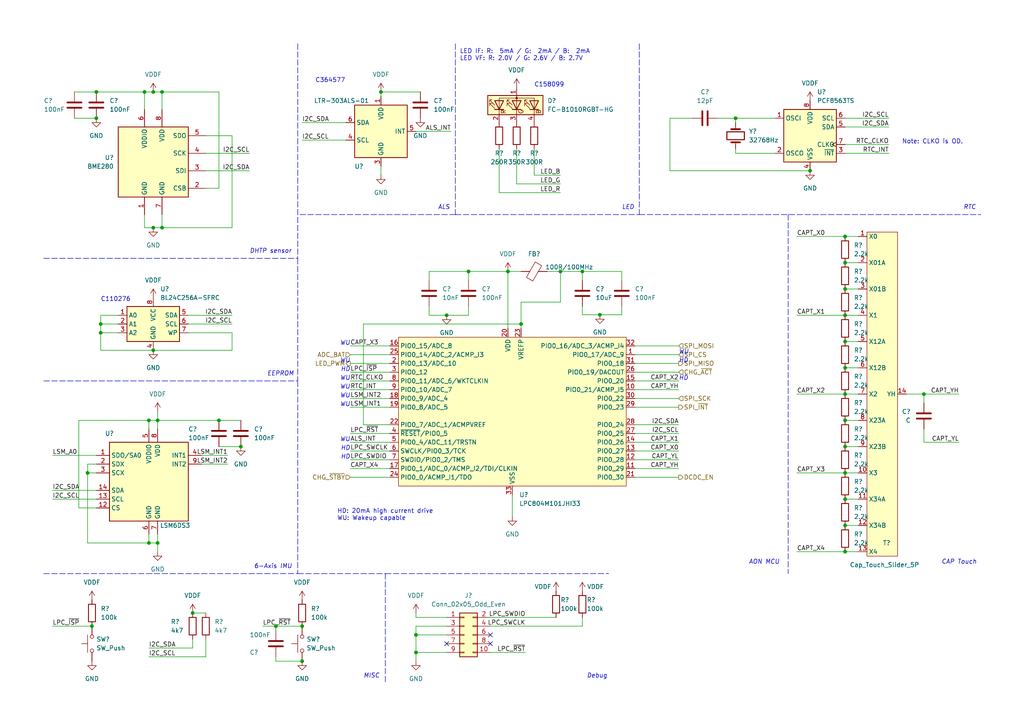
<source format=kicad_sch>
(kicad_sch (version 20211123) (generator eeschema)
  (paper "A4")
  (title_block (title "Home Sensor Tag") (rev "A0") (company "iM.Inc") (comment 1 "PRE-RELEASE"))
  (lib_symbols
    (symbol "Cap_Touch:Cap_Touch_Slider_5P"
      (property "Reference" "T" (at -29.21 -5.08 0))
      (property "Value" "Cap_Touch_Slider_5P" (at 22.86 6.35 0))
      (symbol "Cap_Touch_Slider_5P_0_0"
        (pin passive line (at -45.72 -6.35 90) (length 2.54) (name "X0") (number "1"))
        (pin passive line (at 22.86 -6.35 90) (length 2.54) (name "X3") (number "10"))
        (pin passive line (at 30.48 -6.35 90) (length 2.54) (name "X34A") (number "11"))
        (pin passive line (at 38.1 -6.35 90) (length 2.54) (name "X34B") (number "12"))
        (pin passive line (at 45.72 -6.35 90) (length 2.54) (name "X4") (number "13"))
        (pin passive line (at 0 7.62 270) (length 2.54) (name "YH") (number "14"))
        (pin passive line (at -38.1 -6.35 90) (length 2.54) (name "X01A") (number "2"))
        (pin passive line (at -30.48 -6.35 90) (length 2.54) (name "X01B") (number "3"))
        (pin passive line (at -22.86 -6.35 90) (length 2.54) (name "X1") (number "4"))
        (pin passive line (at -15.24 -6.35 90) (length 2.54) (name "X12A") (number "5"))
        (pin passive line (at -7.62 -6.35 90) (length 2.54) (name "X12B") (number "6"))
        (pin passive line (at 0 -6.35 90) (length 2.54) (name "X2") (number "7"))
        (pin passive line (at 7.62 -6.35 90) (length 2.54) (name "X23A") (number "8"))
        (pin passive line (at 15.24 -6.35 90) (length 2.54) (name "X23B") (number "9"))
      )
      (symbol "Cap_Touch_Slider_5P_0_1"
        (rectangle (start -46.99 5.08) (end 46.99 -3.81) (fill (type background)))
      )
    )
    (symbol "Connector_Generic:Conn_02x05_Odd_Even" (pin_names (offset 1.016) hide)
      (property "Reference" "J" (at 1.27 7.62 0))
      (property "Value" "Conn_02x05_Odd_Even" (at 1.27 -7.62 0))
      (symbol "Conn_02x05_Odd_Even_1_1"
        (rectangle (start -1.27 -4.953) (end 0 -5.207) (stroke (width 0.1524)))
        (rectangle (start -1.27 -2.413) (end 0 -2.667) (stroke (width 0.1524)))
        (rectangle (start -1.27 0.127) (end 0 -0.127) (stroke (width 0.1524)))
        (rectangle (start -1.27 2.667) (end 0 2.413) (stroke (width 0.1524)))
        (rectangle (start -1.27 5.207) (end 0 4.953) (stroke (width 0.1524)))
        (rectangle (start -1.27 6.35) (end 3.81 -6.35) (stroke (width 0.254)) (fill (type background)))
        (rectangle (start 3.81 -4.953) (end 2.54 -5.207) (stroke (width 0.1524)))
        (rectangle (start 3.81 -2.413) (end 2.54 -2.667) (stroke (width 0.1524)))
        (rectangle (start 3.81 0.127) (end 2.54 -0.127) (stroke (width 0.1524)))
        (rectangle (start 3.81 2.667) (end 2.54 2.413) (stroke (width 0.1524)))
        (rectangle (start 3.81 5.207) (end 2.54 4.953) (stroke (width 0.1524)))
        (pin passive line (at -5.08 5.08 0) (length 3.81) (name "Pin_1") (number "1"))
        (pin passive line (at 7.62 -5.08 180) (length 3.81) (name "Pin_10") (number "10"))
        (pin passive line (at 7.62 5.08 180) (length 3.81) (name "Pin_2") (number "2"))
        (pin passive line (at -5.08 2.54 0) (length 3.81) (name "Pin_3") (number "3"))
        (pin passive line (at 7.62 2.54 180) (length 3.81) (name "Pin_4") (number "4"))
        (pin passive line (at -5.08 0 0) (length 3.81) (name "Pin_5") (number "5"))
        (pin passive line (at 7.62 0 180) (length 3.81) (name "Pin_6") (number "6"))
        (pin passive line (at -5.08 -2.54 0) (length 3.81) (name "Pin_7") (number "7"))
        (pin passive line (at 7.62 -2.54 180) (length 3.81) (name "Pin_8") (number "8"))
        (pin passive line (at -5.08 -5.08 0) (length 3.81) (name "Pin_9") (number "9"))
      )
    )
    (symbol "Device:C" (pin_numbers hide) (pin_names (offset 0.254))
      (property "Reference" "C" (at 0.635 2.54 0))
      (property "Value" "C" (at 0.635 -2.54 0))
      (symbol "C_0_1"
        (polyline (pts (xy -2.032 -0.762) (xy 2.032 -0.762)) (stroke (width 0.508)))
        (polyline (pts (xy -2.032 0.762) (xy 2.032 0.762)) (stroke (width 0.508)))
      )
      (symbol "C_1_1"
        (pin passive line (at 0 3.81 270) (length 2.794) (name "~") (number "1"))
        (pin passive line (at 0 -3.81 90) (length 2.794) (name "~") (number "2"))
      )
    )
    (symbol "Device:Crystal" (pin_numbers hide) (pin_names (offset 1.016) hide)
      (property "Reference" "Y" (at 0 3.81 0))
      (property "Value" "Crystal" (at 0 -3.81 0))
      (symbol "Crystal_0_1"
        (rectangle (start -1.143 2.54) (end 1.143 -2.54) (stroke (width 0.3048)))
        (polyline (pts (xy -2.54 0) (xy -1.905 0)))
        (polyline (pts (xy -1.905 -1.27) (xy -1.905 1.27)) (stroke (width 0.508)))
        (polyline (pts (xy 1.905 -1.27) (xy 1.905 1.27)) (stroke (width 0.508)))
        (polyline (pts (xy 2.54 0) (xy 1.905 0)))
      )
      (symbol "Crystal_1_1"
        (pin passive line (at -3.81 0 0) (length 1.27) (name "1") (number "1"))
        (pin passive line (at 3.81 0 180) (length 1.27) (name "2") (number "2"))
      )
    )
    (symbol "Device:FerriteBead" (pin_numbers hide) (pin_names (offset 0))
      (property "Reference" "FB" (at -3.81 0.635 90))
      (property "Value" "FerriteBead" (at 3.81 0 90))
      (symbol "FerriteBead_0_1"
        (polyline (pts (xy 0 -1.27) (xy 0 -1.2192)))
        (polyline (pts (xy 0 1.27) (xy 0 1.2954)))
        (polyline (pts (xy -2.7686 0.4064) (xy -1.7018 2.2606) (xy 2.7686 -0.3048) (xy 1.6764 -2.159) (xy -2.7686 0.4064)))
      )
      (symbol "FerriteBead_1_1"
        (pin passive line (at 0 3.81 270) (length 2.54) (name "~") (number "1"))
        (pin passive line (at 0 -3.81 90) (length 2.54) (name "~") (number "2"))
      )
    )
    (symbol "Device:LED_ARGB" (pin_names (offset 0) hide)
      (property "Reference" "D" (at 0 9.398 0))
      (property "Value" "LED_ARGB" (at 0 -8.89 0))
      (symbol "LED_ARGB_0_0"
        (text "B" (at -1.905 -6.35 0) (effects (font (size 1.27 1.27))))
        (text "G" (at -1.905 -1.27 0) (effects (font (size 1.27 1.27))))
        (text "R" (at -1.905 3.81 0) (effects (font (size 1.27 1.27))))
      )
      (symbol "LED_ARGB_0_1"
        (polyline (pts (xy -1.27 -5.08) (xy -2.54 -5.08)))
        (polyline (pts (xy -1.27 -5.08) (xy 1.27 -5.08)))
        (polyline (pts (xy -1.27 -3.81) (xy -1.27 -6.35)) (stroke (width 0.254)))
        (polyline (pts (xy -1.27 0) (xy -2.54 0)))
        (polyline (pts (xy -1.27 1.27) (xy -1.27 -1.27)) (stroke (width 0.254)))
        (polyline (pts (xy -1.27 5.08) (xy -2.54 5.08)))
        (polyline (pts (xy -1.27 5.08) (xy 1.27 5.08)))
        (polyline (pts (xy -1.27 6.35) (xy -1.27 3.81)) (stroke (width 0.254)))
        (polyline (pts (xy 1.27 0) (xy -1.27 0)))
        (polyline (pts (xy 1.27 0) (xy 2.54 0)))
        (polyline (pts (xy -1.27 1.27) (xy -1.27 -1.27) (xy -1.27 -1.27)))
        (polyline (pts (xy -1.27 6.35) (xy -1.27 3.81) (xy -1.27 3.81)))
        (polyline (pts (xy 1.27 -5.08) (xy 2.032 -5.08) (xy 2.032 5.08) (xy 1.27 5.08)))
        (polyline (pts (xy 1.27 -3.81) (xy 1.27 -6.35) (xy -1.27 -5.08) (xy 1.27 -3.81)) (stroke (width 0.254)))
        (polyline (pts (xy 1.27 1.27) (xy 1.27 -1.27) (xy -1.27 0) (xy 1.27 1.27)) (stroke (width 0.254)))
        (polyline (pts (xy 1.27 6.35) (xy 1.27 3.81) (xy -1.27 5.08) (xy 1.27 6.35)) (stroke (width 0.254)))
        (polyline (pts (xy -1.016 -3.81) (xy 0.508 -2.286) (xy -0.254 -2.286) (xy 0.508 -2.286) (xy 0.508 -3.048)))
        (polyline (pts (xy -1.016 1.27) (xy 0.508 2.794) (xy -0.254 2.794) (xy 0.508 2.794) (xy 0.508 2.032)))
        (polyline (pts (xy -1.016 6.35) (xy 0.508 7.874) (xy -0.254 7.874) (xy 0.508 7.874) (xy 0.508 7.112)))
        (polyline (pts (xy 0 -3.81) (xy 1.524 -2.286) (xy 0.762 -2.286) (xy 1.524 -2.286) (xy 1.524 -3.048)))
        (polyline (pts (xy 0 1.27) (xy 1.524 2.794) (xy 0.762 2.794) (xy 1.524 2.794) (xy 1.524 2.032)))
        (polyline (pts (xy 0 6.35) (xy 1.524 7.874) (xy 0.762 7.874) (xy 1.524 7.874) (xy 1.524 7.112)))
        (rectangle (start 1.27 -1.27) (end 1.27 1.27))
        (rectangle (start 1.27 1.27) (end 1.27 1.27))
        (rectangle (start 1.27 3.81) (end 1.27 6.35))
        (rectangle (start 1.27 6.35) (end 1.27 6.35))
        (circle (center 2.032 0) (radius 0.254) (fill (type outline)))
        (rectangle (start 2.794 8.382) (end -2.794 -7.62) (stroke (width 0.254)) (fill (type background)))
      )
      (symbol "LED_ARGB_1_1"
        (pin passive line (at 5.08 0 180) (length 2.54) (name "A") (number "1"))
        (pin passive line (at -5.08 5.08 0) (length 2.54) (name "RK") (number "2"))
        (pin passive line (at -5.08 0 0) (length 2.54) (name "GK") (number "3"))
        (pin passive line (at -5.08 -5.08 0) (length 2.54) (name "BK") (number "4"))
      )
    )
    (symbol "Device:R" (pin_numbers hide) (pin_names (offset 0))
      (property "Reference" "R" (at 2.032 0 90))
      (property "Value" "R" (at 0 0 90))
      (symbol "R_0_1"
        (rectangle (start -1.016 -2.54) (end 1.016 2.54) (stroke (width 0.254)))
      )
      (symbol "R_1_1"
        (pin passive line (at 0 3.81 270) (length 1.27) (name "~") (number "1"))
        (pin passive line (at 0 -3.81 90) (length 1.27) (name "~") (number "2"))
      )
    )
    (symbol "MCU_NXP_LPC_Local:LPC804M101JHI33"
      (property "Reference" "U" (at -31.75 21.59 0))
      (property "Value" "LPC804M101JHI33" (at 24.13 21.59 0))
      (symbol "LPC804M101JHI33_0_0"
        (pin tri_state line (at 35.56 15.24 180) (length 2.54) (name "PIO0_17/ADC_9") (number "1"))
        (pin tri_state line (at 35.56 5.08 180) (length 2.54) (name "PIO0_21/ACMP_I5") (number "10"))
        (pin tri_state line (at 35.56 -17.78 180) (length 2.54) (name "PIO0_29") (number "11"))
        (pin tri_state line (at 35.56 -15.24 180) (length 2.54) (name "PIO0_28") (number "12"))
        (pin tri_state line (at 35.56 -12.7 180) (length 2.54) (name "PIO0_27") (number "13"))
        (pin tri_state line (at 35.56 -10.16 180) (length 2.54) (name "PIO0_26") (number "14"))
        (pin tri_state line (at 35.56 7.62 180) (length 2.54) (name "PIO0_20") (number "15"))
        (pin tri_state line (at -35.56 17.78 0) (length 2.54) (name "PIO0_15/ADC_8") (number "16"))
        (pin tri_state line (at -35.56 -17.78 0) (length 2.54) (name "PIO0_1/ADC_0/ACMP_I2/TDI/CLKIN") (number "17"))
        (pin tri_state line (at -35.56 2.54 0) (length 2.54) (name "PIO0_9/ADC_4") (number "18"))
        (pin tri_state line (at -35.56 0 0) (length 2.54) (name "PIO0_8/ADC_5") (number "19"))
        (pin tri_state line (at -35.56 12.7 0) (length 2.54) (name "PIO0_13/ADC_10") (number "2"))
        (pin power_in line (at -1.27 22.86 270) (length 2.54) (name "VDD") (number "20"))
        (pin tri_state line (at 35.56 -20.32 180) (length 2.54) (name "PIO0_30") (number "21"))
        (pin tri_state line (at -35.56 -5.08 0) (length 2.54) (name "PIO0_7/ADC_1/ACMPVREF") (number "22"))
        (pin power_in line (at 2.54 22.86 270) (length 2.54) (name "VREFP") (number "23"))
        (pin tri_state line (at -35.56 -20.32 0) (length 2.54) (name "PIO0_0/ACMP_I1/TDO") (number "24"))
        (pin tri_state line (at -35.56 15.24 0) (length 2.54) (name "PIO0_14/ADC_2/ACMP_I3") (number "25"))
        (pin tri_state line (at 35.56 10.16 180) (length 2.54) (name "PIO0_19/DACOUT") (number "26"))
        (pin tri_state line (at 35.56 -7.62 180) (length 2.54) (name "PIO0_25") (number "27"))
        (pin tri_state line (at 35.56 -5.08 180) (length 2.54) (name "PIO0_24") (number "28"))
        (pin tri_state line (at 35.56 0 180) (length 2.54) (name "PIO0_23") (number "29"))
        (pin tri_state line (at -35.56 10.16 0) (length 2.54) (name "PIO0_12") (number "3"))
        (pin tri_state line (at 35.56 2.54 180) (length 2.54) (name "PIO0_22") (number "30"))
        (pin tri_state line (at 35.56 12.7 180) (length 2.54) (name "PIO0_18") (number "31"))
        (pin tri_state line (at 35.56 17.78 180) (length 2.54) (name "PIO0_16/ADC_3/ACMP_I4") (number "32"))
        (pin power_in line (at 0 -25.4 90) (length 2.54) (name "VSS") (number "33"))
        (pin tri_state line (at -35.56 -7.62 0) (length 2.54) (name "~{RESET}/PIO0_5") (number "4"))
        (pin tri_state line (at -35.56 -10.16 0) (length 2.54) (name "PIO0_4/ADC_11/TRSTN") (number "5"))
        (pin tri_state line (at -35.56 -12.7 0) (length 2.54) (name "SWCLK/PIO0_3/TCK") (number "6"))
        (pin tri_state line (at -35.56 -15.24 0) (length 2.54) (name "SWDIO/PIO0_2/TMS") (number "7"))
        (pin tri_state line (at -35.56 7.62 0) (length 2.54) (name "PIO0_11/ADC_6/WKTCLKIN") (number "8"))
        (pin tri_state line (at -35.56 5.08 0) (length 2.54) (name "PIO0_10/ADC_7") (number "9"))
      )
      (symbol "LPC804M101JHI33_0_1"
        (rectangle (start -33.02 20.32) (end 33.02 -22.86) (fill (type background)))
      )
    )
    (symbol "Memory_EEPROM:CAT24C256"
      (property "Reference" "U" (at -6.35 6.35 0))
      (property "Value" "CAT24C256" (at 1.27 6.35 0))
      (symbol "CAT24C256_1_1"
        (rectangle (start -7.62 5.08) (end 7.62 -5.08) (stroke (width 0.254)) (fill (type background)))
        (pin input line (at -10.16 2.54 0) (length 2.54) (name "A0") (number "1"))
        (pin input line (at -10.16 0 0) (length 2.54) (name "A1") (number "2"))
        (pin input line (at -10.16 -2.54 0) (length 2.54) (name "A2") (number "3"))
        (pin power_in line (at 0 -7.62 90) (length 2.54) (name "GND") (number "4"))
        (pin bidirectional line (at 10.16 2.54 180) (length 2.54) (name "SDA") (number "5"))
        (pin input line (at 10.16 0 180) (length 2.54) (name "SCL") (number "6"))
        (pin input line (at 10.16 -2.54 180) (length 2.54) (name "WP") (number "7"))
        (pin power_in line (at 0 7.62 270) (length 2.54) (name "VCC") (number "8"))
      )
    )
    (symbol "Sensor:BME280"
      (property "Reference" "U" (at -8.89 11.43 0))
      (property "Value" "BME280" (at 7.62 11.43 0))
      (symbol "BME280_0_1"
        (rectangle (start -10.16 10.16) (end 10.16 -10.16) (stroke (width 0.254)) (fill (type background)))
      )
      (symbol "BME280_1_1"
        (pin power_in line (at -2.54 -15.24 90) (length 5.08) (name "GND") (number "1"))
        (pin input line (at 15.24 -7.62 180) (length 5.08) (name "CSB") (number "2"))
        (pin bidirectional line (at 15.24 -2.54 180) (length 5.08) (name "SDI") (number "3"))
        (pin input line (at 15.24 2.54 180) (length 5.08) (name "SCK") (number "4"))
        (pin bidirectional line (at 15.24 7.62 180) (length 5.08) (name "SDO") (number "5"))
        (pin power_in line (at -2.54 15.24 270) (length 5.08) (name "VDDIO") (number "6"))
        (pin power_in line (at 2.54 -15.24 90) (length 5.08) (name "GND") (number "7"))
        (pin power_in line (at 2.54 15.24 270) (length 5.08) (name "VDD") (number "8"))
      )
    )
    (symbol "Sensor_Motion:LSM6DS3"
      (property "Reference" "U" (at -11.43 15.24 0))
      (property "Value" "LSM6DS3" (at -11.43 12.7 0))
      (symbol "LSM6DS3_0_1"
        (rectangle (start 11.43 11.43) (end -11.43 -11.43) (stroke (width 0.254)) (fill (type background)))
      )
      (symbol "LSM6DS3_1_1"
        (pin bidirectional line (at -15.24 7.62 0) (length 3.81) (name "SDO/SA0") (number "1"))
        (pin no_connect line (at 10.16 -5.08 180) (length 3.81) hide (name "NC") (number "10"))
        (pin no_connect line (at 10.16 -2.54 180) (length 3.81) hide (name "NC") (number "11"))
        (pin input line (at -15.24 -7.62 0) (length 3.81) (name "CS") (number "12"))
        (pin input line (at -15.24 -5.08 0) (length 3.81) (name "SCL") (number "13"))
        (pin bidirectional line (at -15.24 -2.54 0) (length 3.81) (name "SDA") (number "14"))
        (pin bidirectional line (at -15.24 5.08 0) (length 3.81) (name "SDX") (number "2"))
        (pin input line (at -15.24 2.54 0) (length 3.81) (name "SCX") (number "3"))
        (pin output line (at 15.24 7.62 180) (length 3.81) (name "INT1") (number "4"))
        (pin power_in line (at 0 15.24 270) (length 3.81) (name "VDDIO") (number "5"))
        (pin power_in line (at 0 -15.24 90) (length 3.81) (name "GND") (number "6"))
        (pin power_in line (at 2.54 -15.24 90) (length 3.81) (name "GND") (number "7"))
        (pin power_in line (at 2.54 15.24 270) (length 3.81) (name "VDD") (number "8"))
        (pin output line (at 15.24 5.08 180) (length 3.81) (name "INT2") (number "9"))
      )
    )
    (symbol "Sensor_Optical:LTR-303ALS-01"
      (property "Reference" "U" (at -7.62 8.89 0))
      (property "Value" "LTR-303ALS-01" (at 1.27 8.89 0))
      (symbol "LTR-303ALS-01_0_1"
        (rectangle (start -7.62 7.62) (end 7.62 -7.62) (stroke (width 0.254)) (fill (type background)))
      )
      (symbol "LTR-303ALS-01_1_1"
        (pin power_in line (at 0 10.16 270) (length 2.54) (name "VDD") (number "1"))
        (pin no_connect line (at 2.54 0 180) (length 2.54) hide (name "NC") (number "2"))
        (pin power_in line (at 0 -10.16 90) (length 2.54) (name "GND") (number "3"))
        (pin input line (at -10.16 -2.54 0) (length 2.54) (name "SCL") (number "4"))
        (pin open_collector line (at 10.16 0 180) (length 2.54) (name "INT") (number "5"))
        (pin bidirectional line (at -10.16 2.54 0) (length 2.54) (name "SDA") (number "6"))
      )
    )
    (symbol "Switch:SW_Push" (pin_numbers hide) (pin_names (offset 1.016) hide)
      (property "Reference" "SW" (at 1.27 2.54 0))
      (property "Value" "SW_Push" (at 0 -1.524 0))
      (symbol "SW_Push_0_1"
        (circle (center -2.032 0) (radius 0.508))
        (polyline (pts (xy 0 1.27) (xy 0 3.048)))
        (polyline (pts (xy 2.54 1.27) (xy -2.54 1.27)))
        (circle (center 2.032 0) (radius 0.508))
        (pin passive line (at -5.08 0 0) (length 2.54) (name "1") (number "1"))
        (pin passive line (at 5.08 0 180) (length 2.54) (name "2") (number "2"))
      )
    )
    (symbol "Timer_RTC:PCF8563TS"
      (property "Reference" "U" (at -7.62 8.89 0))
      (property "Value" "PCF8563TS" (at 2.54 8.89 0))
      (symbol "PCF8563TS_0_1"
        (rectangle (start -7.62 7.62) (end 7.62 -7.62) (stroke (width 0.254)) (fill (type background)))
      )
      (symbol "PCF8563TS_1_1"
        (pin input line (at -10.16 5.08 0) (length 2.54) (name "OSCI") (number "1"))
        (pin output line (at -10.16 -5.08 0) (length 2.54) (name "OSCO") (number "2"))
        (pin output line (at 10.16 -5.08 180) (length 2.54) (name "~{INT}") (number "3"))
        (pin power_in line (at 0 -10.16 90) (length 2.54) (name "VSS") (number "4"))
        (pin bidirectional line (at 10.16 2.54 180) (length 2.54) (name "SDA") (number "5"))
        (pin input line (at 10.16 5.08 180) (length 2.54) (name "SCL") (number "6"))
        (pin output clock (at 10.16 -2.54 180) (length 2.54) (name "CLKO") (number "7"))
        (pin power_in line (at 0 10.16 270) (length 2.54) (name "VDD") (number "8"))
      )
    )
    (symbol "power:GND" (power) (pin_names (offset 0))
      (property "Value" "GND" (at 0 -3.81 0))
      (symbol "GND_0_1"
        (polyline (pts (xy 0 0) (xy 0 -1.27) (xy 1.27 -1.27) (xy 0 -2.54) (xy -1.27 -1.27) (xy 0 -1.27)))
      )
      (symbol "GND_1_1"
        (pin power_in line (at 0 0 270) (length 0) hide (name "GND") (number "1"))
      )
    )
    (symbol "power:VDDF" (power) (pin_names (offset 0))
      (property "Value" "VDDF" (at 0 3.81 0))
      (symbol "VDDF_0_1"
        (polyline (pts (xy -0.762 1.27) (xy 0 2.54)))
        (polyline (pts (xy 0 0) (xy 0 2.54)))
        (polyline (pts (xy 0 2.54) (xy 0.762 1.27)))
      )
      (symbol "VDDF_1_1"
        (pin power_in line (at 0 0 90) (length 0) hide (name "VDDF") (number "1"))
      )
    )
  )
  (junction (at 267.97 114.3))
  (junction (at 245.11 68.58))
  (junction (at 80.01 181.61))
  (junction (at 120.65 184.15))
  (junction (at 245.11 152.4))
  (junction (at 27.94 34.29))
  (junction (at 245.11 144.78))
  (junction (at 87.63 181.61))
  (junction (at 135.89 78.74))
  (junction (at 46.99 66.04))
  (junction (at 69.85 129.54))
  (junction (at 213.36 34.29))
  (junction (at 26.67 181.61))
  (junction (at 245.11 129.54))
  (junction (at 245.11 83.82))
  (junction (at 234.95 49.53))
  (junction (at 162.56 78.74))
  (junction (at 44.45 101.6))
  (junction (at 44.45 66.04))
  (junction (at 46.99 26.67))
  (junction (at 245.11 91.44))
  (junction (at 245.11 76.2))
  (junction (at 173.99 91.2961))
  (junction (at 245.11 99.06))
  (junction (at 55.88 177.8))
  (junction (at 25.4 137.16))
  (junction (at 245.11 114.3))
  (junction (at 29.21 96.52))
  (junction (at 44.45 26.67))
  (junction (at 43.18 157.48))
  (junction (at 87.63 191.77))
  (junction (at 45.72 157.48))
  (junction (at 245.11 106.68))
  (junction (at 151.13 93.98))
  (junction (at 147.32 78.74))
  (junction (at 245.11 160.02))
  (junction (at 41.91 26.67))
  (junction (at 43.18 121.92))
  (junction (at 45.72 121.92))
  (junction (at 27.94 26.67))
  (junction (at 63.5 121.92))
  (junction (at 129.54 91.44))
  (junction (at 245.11 121.92))
  (junction (at 245.11 137.16))
  (junction (at 29.21 93.98))
  (junction (at 168.91 78.74))
  (junction (at 120.65 189.23))
  (junction (at 110.49 26.67))
  (no_connect (at 129.54 186.69))
  (no_connect (at 142.24 186.69))
  (no_connect (at 142.24 184.15))
  (wire (pts (xy 59.69 54.61) (xy 63.5 54.61)))
  (wire (pts (xy 22.86 121.92) (xy 43.18 121.92)))
  (wire (pts (xy 55.88 177.8) (xy 59.69 177.8)))
  (wire (pts (xy 180.34 88.9) (xy 180.34 91.2961)))
  (wire (pts (xy 267.97 114.3) (xy 267.97 116.84)))
  (wire (pts (xy 67.31 66.04) (xy 46.99 66.04)))
  (wire (pts (xy 46.99 31.75) (xy 46.99 26.67)))
  (wire (pts (xy 54.61 91.44) (xy 67.31 91.44)))
  (wire (pts (xy 63.5 54.61) (xy 63.5 26.67)))
  (wire (pts (xy 55.88 187.96) (xy 43.18 187.96)))
  (wire (pts (xy 15.24 132.08) (xy 27.94 132.08)))
  (wire (pts (xy 101.6 128.27) (xy 113.03 128.27)))
  (wire (pts (xy 58.42 132.08) (xy 66.04 132.08)))
  (wire (pts (xy 129.54 91.44) (xy 124.46 91.44)))
  (wire (pts (xy 45.72 121.92) (xy 63.5 121.92)))
  (wire (pts (xy 120.65 38.1) (xy 130.81 38.1)))
  (wire (pts (xy 63.5 129.54) (xy 69.85 129.54)))
  (wire (pts (xy 151.13 93.98) (xy 151.13 95.25)))
  (wire (pts (xy 59.69 44.45) (xy 72.39 44.45)))
  (wire (pts (xy 54.61 96.52) (xy 67.31 96.52)))
  (wire (pts (xy 245.11 76.2) (xy 248.92 76.2)))
  (wire (pts (xy 267.97 124.46) (xy 267.97 128.27)))
  (wire (pts (xy 213.36 34.29) (xy 224.79 34.29)))
  (wire (pts (xy 184.15 102.87) (xy 196.85 102.87)))
  (wire (pts (xy 151.13 78.74) (xy 147.32 78.74)))
  (wire (pts (xy 120.65 177.8) (xy 120.65 179.07)))
  (wire (pts (xy 21.59 26.67) (xy 27.94 26.67)))
  (wire (pts (xy 101.6 113.03) (xy 113.03 113.03)))
  (wire (pts (xy 245.11 129.54) (xy 248.92 129.54)))
  (wire (pts (xy 278.13 114.3) (xy 267.97 114.3)))
  (wire (pts (xy 184.15 118.11) (xy 196.85 118.11)))
  (polyline (pts (xy 12.7 166.37) (xy 86.36 166.37)))
  (wire (pts (xy 101.6 125.73) (xy 113.03 125.73)))
  (wire (pts (xy 168.91 78.74) (xy 168.91 81.28)))
  (wire (pts (xy 245.11 41.91) (xy 257.81 41.91)))
  (wire (pts (xy 101.6 133.35) (xy 113.03 133.35)))
  (wire (pts (xy 180.34 91.2961) (xy 173.99 91.2961)))
  (wire (pts (xy 245.11 121.92) (xy 248.92 121.92)))
  (wire (pts (xy 59.69 49.53) (xy 72.39 49.53)))
  (wire (pts (xy 45.72 157.48) (xy 45.72 160.02)))
  (wire (pts (xy 110.49 26.67) (xy 121.92 26.67)))
  (wire (pts (xy 135.89 91.44) (xy 129.54 91.44)))
  (wire (pts (xy 120.65 181.61) (xy 120.65 184.15)))
  (wire (pts (xy 124.46 91.44) (xy 124.46 88.9)))
  (wire (pts (xy 180.34 78.74) (xy 180.34 81.28)))
  (wire (pts (xy 120.65 184.15) (xy 120.65 189.23)))
  (wire (pts (xy 46.99 62.23) (xy 46.99 66.04)))
  (wire (pts (xy 245.11 34.29) (xy 257.81 34.29)))
  (wire (pts (xy 101.6 110.49) (xy 113.03 110.49)))
  (wire (pts (xy 29.21 93.98) (xy 34.29 93.98)))
  (wire (pts (xy 184.15 130.81) (xy 196.85 130.81)))
  (wire (pts (xy 245.11 83.82) (xy 248.92 83.82)))
  (wire (pts (xy 135.89 78.74) (xy 147.32 78.74)))
  (wire (pts (xy 194.31 49.53) (xy 234.95 49.53)))
  (wire (pts (xy 21.59 34.29) (xy 27.94 34.29)))
  (wire (pts (xy 29.21 96.52) (xy 34.29 96.52)))
  (polyline (pts (xy 185.42 62.23) (xy 284.48 62.23)))
  (wire (pts (xy 100.33 35.56) (xy 87.63 35.56)))
  (wire (pts (xy 101.6 102.87) (xy 113.03 102.87)))
  (wire (pts (xy 67.31 96.52) (xy 67.31 101.6)))
  (wire (pts (xy 101.6 105.41) (xy 113.03 105.41)))
  (wire (pts (xy 154.94 43.18) (xy 154.94 50.8)))
  (wire (pts (xy 154.94 50.8) (xy 162.56 50.8)))
  (wire (pts (xy 22.86 147.32) (xy 22.86 121.92)))
  (wire (pts (xy 113.03 123.19) (xy 105.41 123.19)))
  (wire (pts (xy 142.24 181.61) (xy 168.91 181.61)))
  (polyline (pts (xy 132.08 62.23) (xy 86.36 62.23)))
  (wire (pts (xy 245.11 160.02) (xy 248.92 160.02)))
  (wire (pts (xy 43.18 121.92) (xy 45.72 121.92)))
  (wire (pts (xy 151.13 87.63) (xy 151.13 93.98)))
  (wire (pts (xy 67.31 39.37) (xy 67.31 66.04)))
  (polyline (pts (xy 86.36 166.37) (xy 111.76 166.37)))
  (wire (pts (xy 43.18 190.5) (xy 59.69 190.5)))
  (wire (pts (xy 120.65 189.23) (xy 129.54 189.23)))
  (wire (pts (xy 162.56 87.63) (xy 162.56 78.74)))
  (wire (pts (xy 27.94 142.24) (xy 15.24 142.24)))
  (polyline (pts (xy 111.76 166.37) (xy 111.76 198.12)))
  (polyline (pts (xy 228.6 62.23) (xy 228.6 166.37)))
  (wire (pts (xy 120.65 184.15) (xy 129.54 184.15)))
  (wire (pts (xy 245.11 114.3) (xy 248.92 114.3)))
  (wire (pts (xy 27.94 26.67) (xy 41.91 26.67)))
  (wire (pts (xy 101.6 135.89) (xy 113.03 135.89)))
  (wire (pts (xy 67.31 101.6) (xy 44.45 101.6)))
  (wire (pts (xy 148.59 143.51) (xy 148.59 149.86)))
  (wire (pts (xy 101.6 100.33) (xy 113.03 100.33)))
  (wire (pts (xy 29.21 93.98) (xy 29.21 96.52)))
  (wire (pts (xy 29.21 101.6) (xy 44.45 101.6)))
  (wire (pts (xy 101.6 107.95) (xy 113.03 107.95)))
  (wire (pts (xy 245.11 68.58) (xy 248.92 68.58)))
  (wire (pts (xy 245.11 36.83) (xy 257.81 36.83)))
  (polyline (pts (xy 132.08 12.7) (xy 132.08 62.23)))
  (wire (pts (xy 158.75 78.74) (xy 162.56 78.74)))
  (wire (pts (xy 45.72 119.38) (xy 45.72 121.92)))
  (wire (pts (xy 25.4 134.62) (xy 25.4 137.16)))
  (wire (pts (xy 59.69 185.42) (xy 59.69 190.5)))
  (wire (pts (xy 231.14 160.02) (xy 245.11 160.02)))
  (wire (pts (xy 101.6 115.57) (xy 113.03 115.57)))
  (wire (pts (xy 27.94 144.78) (xy 15.24 144.78)))
  (wire (pts (xy 149.86 53.34) (xy 162.56 53.34)))
  (wire (pts (xy 29.21 91.44) (xy 29.21 93.98)))
  (polyline (pts (xy 12.7 110.49) (xy 86.36 110.49)))
  (wire (pts (xy 63.5 121.92) (xy 69.85 121.92)))
  (wire (pts (xy 43.18 157.48) (xy 45.72 157.48)))
  (wire (pts (xy 213.36 44.45) (xy 224.79 44.45)))
  (wire (pts (xy 58.42 134.62) (xy 66.04 134.62)))
  (wire (pts (xy 151.13 87.63) (xy 162.56 87.63)))
  (wire (pts (xy 54.61 93.98) (xy 67.31 93.98)))
  (wire (pts (xy 129.54 181.61) (xy 120.65 181.61)))
  (wire (pts (xy 147.32 78.74) (xy 147.32 95.25)))
  (wire (pts (xy 231.14 68.58) (xy 245.11 68.58)))
  (wire (pts (xy 101.6 138.43) (xy 113.03 138.43)))
  (polyline (pts (xy 86.36 110.49) (xy 86.36 166.37)))
  (polyline (pts (xy 86.36 12.7) (xy 86.36 74.93)))
  (wire (pts (xy 231.14 114.3) (xy 245.11 114.3)))
  (wire (pts (xy 105.41 93.98) (xy 151.13 93.98)))
  (wire (pts (xy 25.4 157.48) (xy 43.18 157.48)))
  (polyline (pts (xy 185.42 12.7) (xy 185.42 62.23)))
  (wire (pts (xy 142.24 179.07) (xy 161.29 179.07)))
  (wire (pts (xy 25.4 137.16) (xy 27.94 137.16)))
  (wire (pts (xy 213.36 43.18) (xy 213.36 44.45)))
  (wire (pts (xy 245.11 99.06) (xy 248.92 99.06)))
  (wire (pts (xy 231.14 91.44) (xy 245.11 91.44)))
  (wire (pts (xy 184.15 113.03) (xy 196.85 113.03)))
  (wire (pts (xy 144.78 43.18) (xy 144.78 55.88)))
  (wire (pts (xy 63.5 26.67) (xy 46.99 26.67)))
  (wire (pts (xy 184.15 105.41) (xy 196.85 105.41)))
  (wire (pts (xy 110.49 26.67) (xy 110.49 27.94)))
  (polyline (pts (xy 86.36 74.93) (xy 86.36 110.49)))
  (wire (pts (xy 196.85 115.57) (xy 184.15 115.57)))
  (wire (pts (xy 59.69 39.37) (xy 67.31 39.37)))
  (wire (pts (xy 55.88 185.42) (xy 55.88 187.96)))
  (wire (pts (xy 29.21 96.52) (xy 29.21 101.6)))
  (wire (pts (xy 245.11 137.16) (xy 248.92 137.16)))
  (polyline (pts (xy 12.7 74.93) (xy 86.36 74.93)))
  (wire (pts (xy 45.72 121.92) (xy 45.72 124.46)))
  (wire (pts (xy 162.56 78.74) (xy 168.91 78.74)))
  (wire (pts (xy 144.78 55.88) (xy 162.56 55.88)))
  (wire (pts (xy 27.94 147.32) (xy 22.86 147.32)))
  (wire (pts (xy 142.24 189.23) (xy 152.4 189.23)))
  (wire (pts (xy 45.72 154.94) (xy 45.72 157.48)))
  (wire (pts (xy 245.11 152.4) (xy 248.92 152.4)))
  (wire (pts (xy 110.49 48.26) (xy 110.49 50.8)))
  (wire (pts (xy 124.46 81.28) (xy 124.46 78.74)))
  (wire (pts (xy 245.11 144.78) (xy 248.92 144.78)))
  (wire (pts (xy 101.6 130.81) (xy 113.03 130.81)))
  (wire (pts (xy 41.91 31.75) (xy 41.91 26.67)))
  (wire (pts (xy 173.99 91.2961) (xy 168.91 91.2961)))
  (wire (pts (xy 184.15 123.19) (xy 196.85 123.19)))
  (wire (pts (xy 80.01 191.77) (xy 87.63 191.77)))
  (polyline (pts (xy 132.08 62.23) (xy 185.42 62.23)))
  (wire (pts (xy 278.13 128.27) (xy 267.97 128.27)))
  (wire (pts (xy 27.94 134.62) (xy 25.4 134.62)))
  (wire (pts (xy 43.18 154.94) (xy 43.18 157.48)))
  (wire (pts (xy 168.91 179.07) (xy 168.91 181.61)))
  (wire (pts (xy 135.89 78.74) (xy 135.89 81.28)))
  (wire (pts (xy 76.2 181.61) (xy 80.01 181.61)))
  (wire (pts (xy 184.15 128.27) (xy 196.85 128.27)))
  (wire (pts (xy 135.89 88.9) (xy 135.89 91.44)))
  (wire (pts (xy 41.91 26.67) (xy 44.45 26.67)))
  (wire (pts (xy 231.14 137.16) (xy 245.11 137.16)))
  (wire (pts (xy 184.15 107.95) (xy 196.85 107.95)))
  (wire (pts (xy 208.28 34.29) (xy 213.36 34.29)))
  (wire (pts (xy 200.66 34.29) (xy 194.31 34.29)))
  (wire (pts (xy 124.46 78.74) (xy 135.89 78.74)))
  (wire (pts (xy 184.15 133.35) (xy 196.85 133.35)))
  (wire (pts (xy 245.11 106.68) (xy 248.92 106.68)))
  (wire (pts (xy 46.99 26.67) (xy 44.45 26.67)))
  (wire (pts (xy 184.15 100.33) (xy 196.85 100.33)))
  (wire (pts (xy 15.24 181.61) (xy 26.67 181.61)))
  (wire (pts (xy 184.15 138.43) (xy 196.85 138.43)))
  (wire (pts (xy 46.99 66.04) (xy 44.45 66.04)))
  (wire (pts (xy 245.11 44.45) (xy 257.81 44.45)))
  (wire (pts (xy 80.01 181.61) (xy 87.63 181.61)))
  (wire (pts (xy 120.65 179.07) (xy 129.54 179.07)))
  (polyline (pts (xy 111.76 166.37) (xy 176.53 166.37)))
  (wire (pts (xy 100.33 40.64) (xy 87.63 40.64)))
  (wire (pts (xy 262.89 114.3) (xy 267.97 114.3)))
  (wire (pts (xy 168.91 91.2961) (xy 168.91 88.9)))
  (wire (pts (xy 149.86 43.18) (xy 149.86 53.34)))
  (wire (pts (xy 41.91 66.04) (xy 44.45 66.04)))
  (wire (pts (xy 194.31 34.29) (xy 194.31 49.53)))
  (wire (pts (xy 80.01 181.61) (xy 80.01 182.88)))
  (wire (pts (xy 184.15 135.89) (xy 196.85 135.89)))
  (wire (pts (xy 25.4 137.16) (xy 25.4 157.48)))
  (wire (pts (xy 101.6 118.11) (xy 113.03 118.11)))
  (wire (pts (xy 184.15 125.73) (xy 196.85 125.73)))
  (wire (pts (xy 213.36 35.56) (xy 213.36 34.29)))
  (wire (pts (xy 41.91 62.23) (xy 41.91 66.04)))
  (wire (pts (xy 184.15 110.49) (xy 196.85 110.49)))
  (wire (pts (xy 245.11 91.44) (xy 248.92 91.44)))
  (wire (pts (xy 34.29 91.44) (xy 29.21 91.44)))
  (wire (pts (xy 105.41 93.98) (xy 105.41 123.19)))
  (wire (pts (xy 43.18 124.46) (xy 43.18 121.92)))
  (wire (pts (xy 80.01 190.5) (xy 80.01 191.77)))
  (wire (pts (xy 168.91 78.74) (xy 180.34 78.74)))
  (wire (pts (xy 120.65 189.23) (xy 120.65 191.77)))
  (text "WU" (at 101.6 115.57 180) (effects (font (size 1.27 1.27) italic) (justify right bottom)))
  (text "WU" (at 196.85 102.87 0) (effects (font (size 1.27 1.27) italic) (justify left bottom)))
  (text "6-Axis IMU" (at 73.66 165.1 0) (effects (font (size 1.27 1.27) italic) (justify left bottom)))
  (text "HD" (at 196.85 105.41 0) (effects (font (size 1.27 1.27) italic) (justify left bottom)))
  (text "AON MCU" (at 217.17 163.83 0) (effects (font (size 1.27 1.27) italic) (justify left bottom)))
  (text "RTC" (at 279.4 60.96 0) (effects (font (size 1.27 1.27) italic) (justify left bottom)))
  (text "CAP Touch" (at 273.05 163.83 0) (effects (font (size 1.27 1.27) italic) (justify left bottom)))
  (text "HD" (at 101.6 133.35 180) (effects (font (size 1.27 1.27) italic) (justify right bottom)))
  (text "LED" (at 180.34 60.96 0) (effects (font (size 1.27 1.27) italic) (justify left bottom)))
  (text "WU" (at 101.6 113.03 180) (effects (font (size 1.27 1.27) italic) (justify right bottom)))
  (text "HD" (at 196.85 110.49 0) (effects (font (size 1.27 1.27) italic) (justify left bottom)))
  (text "DHTP sensor" (at 72.39 73.66 0) (effects (font (size 1.27 1.27) italic) (justify left bottom)))
  (text "C158099" (at 154.94 25.4 0) (effects (font (size 1.27 1.27)) (justify left bottom)))
  (text "WU" (at 101.6 105.41 180) (effects (font (size 1.27 1.27) italic) (justify right bottom)))
  (text "C110276" (at 29.21 87.63 0) (effects (font (size 1.27 1.27)) (justify left bottom)))
  (text "WU" (at 101.6 100.33 180) (effects (font (size 1.27 1.27) italic) (justify right bottom)))
  (text "LED IF: R:  5mA / G:  2mA / B:  2mA\nLED VF: R: 2.0V / G: 2.6V / B: 2.7V" (at 133.35 17.78 0) (effects (font (size 1.27 1.27)) (justify left bottom)))
  (text "WU" (at 101.6 110.49 180) (effects (font (size 1.27 1.27) italic) (justify right bottom)))
  (text "WU" (at 101.6 128.27 180) (effects (font (size 1.27 1.27) italic) (justify right bottom)))
  (text "EEPROM" (at 77.47 109.22 0) (effects (font (size 1.27 1.27) italic) (justify left bottom)))
  (text "WU" (at 101.6 118.11 180) (effects (font (size 1.27 1.27) italic) (justify right bottom)))
  (text "Note: CLKO is OD." (at 261.62 41.91 0) (effects (font (size 1.27 1.27)) (justify left bottom)))
  (text "HD" (at 101.6 107.95 180) (effects (font (size 1.27 1.27) italic) (justify right bottom)))
  (text "ALS" (at 127 60.96 0) (effects (font (size 1.27 1.27) italic) (justify left bottom)))
  (text "C364577" (at 91.44 24.13 0) (effects (font (size 1.27 1.27)) (justify left bottom)))
  (text "MISC" (at 105.41 196.85 0) (effects (font (size 1.27 1.27) italic) (justify left bottom)))
  (text "Debug" (at 170.18 196.85 0) (effects (font (size 1.27 1.27) italic) (justify left bottom)))
  (text "HD: 20mA high current drive\nWU: Wakeup capable" (at 97.79 151.13 0) (effects (font (size 1.27 1.27)) (justify left bottom)))
  (text "HD" (at 101.6 130.81 180) (effects (font (size 1.27 1.27) italic) (justify right bottom)))
  (label "CAPT_X3" (at 101.6 100.33 0))
  (label "I2C_SCL" (at 43.18 190.5 0))
  (label "CAPT_YH" (at 196.85 135.89 180))
  (label "CAPT_X1" (at 196.85 128.27 180))
  (label "CAPT_YL" (at 196.85 133.35 180))
  (label "ALS_INT" (at 101.6 128.27 0))
  (label "I2C_SCL" (at 67.31 93.98 180))
  (label "LPC_SWDIO" (at 152.4 179.07 180))
  (label "LPC_~{RST}" (at 76.2 181.61 0))
  (label "CAPT_X2" (at 196.85 110.49 180))
  (label "LED_B" (at 162.56 50.8 180))
  (label "CAPT_YH" (at 196.85 113.03 180))
  (label "LPC_SWCLK" (at 101.6 130.81 0))
  (label "I2C_SCL" (at 87.63 40.64 0))
  (label "I2C_SCL" (at 257.81 34.29 180))
  (label "I2C_SDA" (at 87.63 35.56 0))
  (label "I2C_SCL" (at 72.39 44.45 180))
  (label "I2C_SDA" (at 257.81 36.83 180))
  (label "LPC_~{ISP}" (at 101.6 107.95 0))
  (label "I2C_SCL" (at 196.85 125.73 180))
  (label "LPC_~{ISP}" (at 15.24 181.61 0))
  (label "I2C_SDA" (at 67.31 91.44 180))
  (label "I2C_SDA" (at 72.39 49.53 180))
  (label "CAPT_X3" (at 231.14 137.16 0))
  (label "CAPT_X1" (at 231.14 91.44 0))
  (label "CAPT_X4" (at 231.14 160.02 0))
  (label "LSM_INT1" (at 101.6 118.11 0))
  (label "I2C_SDA" (at 15.24 142.24 0))
  (label "I2C_SDA" (at 43.18 187.96 0))
  (label "LPC_SWCLK" (at 152.4 181.61 180))
  (label "LSM_INT1" (at 66.04 132.08 180))
  (label "LSM_INT2" (at 101.6 115.57 0))
  (label "LED_R" (at 162.56 55.88 180))
  (label "CAPT_X0" (at 196.85 130.81 180))
  (label "LPC_~{RST}" (at 152.4 189.23 180))
  (label "LED_G" (at 162.56 53.34 180))
  (label "RTC_CLKO" (at 257.81 41.91 180))
  (label "LSM_INT2" (at 66.04 134.62 180))
  (label "CAPT_YH" (at 278.13 114.3 180))
  (label "CAPT_X0" (at 231.14 68.58 0))
  (label "I2C_SDA" (at 196.85 123.19 180))
  (label "LPC_~{RST}" (at 101.6 125.73 0))
  (label "RTC_INT" (at 101.6 113.03 0))
  (label "ALS_INT" (at 130.81 38.1 180))
  (label "CAPT_YL" (at 278.13 128.27 180))
  (label "CAPT_X2" (at 231.14 114.3 0))
  (label "LSM_A0" (at 15.24 132.08 0))
  (label "I2C_SCL" (at 15.24 144.78 0))
  (label "RTC_CLKO" (at 101.6 110.49 0))
  (label "CAPT_X4" (at 101.6 135.89 0))
  (label "LPC_SWDIO" (at 101.6 133.35 0))
  (label "RTC_INT" (at 257.81 44.45 180))
  (hierarchical_label "SPI_SCK" (shape input) (at 196.85 115.57 0))
  (hierarchical_label "SPI_MOSI" (shape input) (at 196.85 100.33 0))
  (hierarchical_label "SPI_CS" (shape input) (at 196.85 102.87 0))
  (hierarchical_label "SPI_~{INT}" (shape output) (at 196.85 118.11 0))
  (hierarchical_label "CHG_~{ACT}" (shape input) (at 196.85 107.95 0))
  (hierarchical_label "LED_PWM" (shape output) (at 101.6 105.41 180))
  (hierarchical_label "ADC_BAT" (shape input) (at 101.6 102.87 180))
  (hierarchical_label "SPI_MISO" (shape output) (at 196.85 105.41 0))
  (hierarchical_label "CHG_~{STBY}" (shape input) (at 101.6 138.43 180))
  (hierarchical_label "DCDC_EN" (shape output) (at 196.85 138.43 0))
  (symbol (lib_id "power:VDDF") (at 55.88 177.8 0) (unit 1)
    (property "Reference" "#PWR0117" (effects hide))
    (property "Value" "VDDF" (at 55.88 172.72 0))
  )
  (symbol (lib_id "Sensor_Motion:LSM6DS3") (at 43.18 139.7 0) (unit 1)
    (property "Reference" "U?" (at 31.75 125.73 0))
    (property "Value" "LSM6DS3" (at 50.8 152.4 0))
    (property "Footprint" "Package_LGA:LGA-14_3x2.5mm_P0.5mm_LayoutBorder3x4y" (effects hide))
    (property "Datasheet" "www.st.com/resource/en/datasheet/lsm6ds3.pdf" (effects hide))
  )
  (symbol (lib_id "Device:C") (at 124.46 85.09 0) (unit 1)
    (property "Reference" "C?" (at 128.27 83.8199 0) (effects (justify left)))
    (property "Value" "10nF" (at 128.27 86.3599 0) (effects (justify left)))
    (property "Footprint" "Capacitor_SMD:C_0402_1005Metric" (effects hide))
  )
  (symbol (lib_id "Device:FerriteBead") (at 154.94 78.74 90) (unit 1)
    (property "Reference" "FB?" (at 154.94 73.66 90))
    (property "Value" "100R/100MHz" (at 165.1 77.47 90))
  )
  (symbol (lib_id "Device:R") (at 55.88 181.61 0) (unit 1)
    (property "Reference" "R?" (at 49.53 180.34 0) (effects (justify left)))
    (property "Value" "4k7" (at 49.53 182.88 0) (effects (justify left)))
    (property "Footprint" "Resistor_SMD:R_0402_1005Metric" (effects hide))
  )
  (symbol (lib_id "Device:R") (at 245.11 133.35 0) (unit 1)
    (property "Reference" "R?" (at 247.65 132.0799 0) (effects (justify left)))
    (property "Value" "2.2k" (at 247.65 134.6199 0) (effects (justify left)))
    (property "Footprint" "Resistor_SMD:R_0402_1005Metric" (effects hide))
  )
  (symbol (lib_id "power:GND") (at 148.59 149.86 0) (unit 1)
    (property "Reference" "#PWR0113" (effects hide))
    (property "Value" "GND" (at 148.59 154.94 0))
  )
  (symbol (lib_id "power:VDDF") (at 147.32 78.74 0) (unit 1)
    (property "Reference" "#PWR0112" (effects hide))
    (property "Value" "VDDF" (at 147.32 73.66 0))
  )
  (symbol (lib_id "Device:R") (at 245.11 72.39 0) (unit 1)
    (property "Reference" "R?" (at 247.65 71.12 0) (effects (justify left)))
    (property "Value" "2.2k" (at 247.65 73.6599 0) (effects (justify left)))
    (property "Footprint" "Resistor_SMD:R_0402_1005Metric" (effects hide))
  )
  (symbol (lib_id "Sensor_Optical:LTR-303ALS-01") (at 110.49 38.1 0) (unit 1)
    (property "Reference" "U?" (at 104.14 48.26 0))
    (property "Value" "LTR-303ALS-01" (at 99.06 29.21 0))
    (property "Footprint" "OptoDevice:Lite-On_LTR-303ALS-01" (effects hide))
    (property "Datasheet" "http://optoelectronics.liteon.com/upload/download/DS86-2013-0004/LTR-303ALS-01_DS_V1.pdf" (effects hide))
  )
  (symbol (lib_id "power:GND") (at 69.85 129.54 0) (unit 1)
    (property "Reference" "#PWR0118" (effects hide))
    (property "Value" "GND" (at 69.85 134.62 0))
  )
  (symbol (lib_id "Device:C") (at 121.92 30.48 0) (unit 1)
    (property "Reference" "C?" (at 125.73 29.2099 0) (effects (justify left)))
    (property "Value" "100nF" (at 125.73 31.7499 0) (effects (justify left)))
    (property "Footprint" "Capacitor_SMD:C_0402_1005Metric" (effects hide))
  )
  (symbol (lib_id "Device:Crystal") (at 213.36 39.37 90) (unit 1)
    (property "Reference" "Y?" (at 217.17 38.0999 90) (effects (justify right)))
    (property "Value" "32768Hz" (at 217.17 40.6399 90) (effects (justify right)))
    (property "Footprint" "Crystal:Crystal_SMD_MicroCrystal_CM9V-T1A-2Pin_1.6x1.0mm" (effects hide))
  )
  (symbol (lib_id "power:GND") (at 129.54 91.44 0) (unit 1)
    (property "Reference" "#PWR?" (effects hide))
    (property "Value" "GND" (at 129.54 96.52 0))
  )
  (symbol (lib_id "Device:R") (at 168.91 175.26 0) (unit 1)
    (property "Reference" "R?" (at 170.18 173.99 0) (effects (justify left)))
    (property "Value" "100k" (at 170.18 176.53 0) (effects (justify left)))
    (property "Footprint" "Resistor_SMD:R_0402_1005Metric" (effects hide))
  )
  (symbol (lib_id "Device:C") (at 135.89 85.09 0) (unit 1)
    (property "Reference" "C?" (at 139.7 83.8199 0) (effects (justify left)))
    (property "Value" "100nF" (at 139.7 86.3599 0) (effects (justify left)))
    (property "Footprint" "Capacitor_SMD:C_0402_1005Metric" (effects hide))
  )
  (symbol (lib_id "Device:C") (at 267.97 120.65 0) (mirror y) (unit 1)
    (property "Reference" "C?" (at 264.16 119.3799 0) (effects (justify left)))
    (property "Value" "C" (at 264.16 121.9199 0) (effects (justify left)))
  )
  (symbol (lib_id "power:VDDF") (at 234.95 29.21 0) (unit 1)
    (property "Reference" "#PWR?" (effects hide))
    (property "Value" "VDDF" (at 234.95 24.13 0))
  )
  (symbol (lib_id "Device:R") (at 245.11 140.97 0) (unit 1)
    (property "Reference" "R?" (at 247.65 139.6999 0) (effects (justify left)))
    (property "Value" "2.2k" (at 247.65 142.2399 0) (effects (justify left)))
    (property "Footprint" "Resistor_SMD:R_0402_1005Metric" (effects hide))
  )
  (symbol (lib_id "Device:R") (at 245.11 156.21 0) (unit 1)
    (property "Reference" "R?" (at 247.65 154.9399 0) (effects (justify left)))
    (property "Value" "2.2k" (at 247.65 157.4799 0) (effects (justify left)))
    (property "Footprint" "Resistor_SMD:R_0402_1005Metric" (effects hide))
  )
  (symbol (lib_id "Switch:SW_Push") (at 87.63 186.69 90) (unit 1)
    (property "Reference" "SW?" (at 88.9 185.4199 90) (effects (justify right)))
    (property "Value" "SW_Push" (at 88.9 187.9599 90) (effects (justify right)))
  )
  (symbol (lib_id "Device:R") (at 149.86 39.37 0) (unit 1)
    (property "Reference" "R?" (at 148.59 44.45 0) (effects (justify left)))
    (property "Value" "350R" (at 147.32 46.99 0) (effects (justify left)))
    (property "Footprint" "Resistor_SMD:R_0402_1005Metric" (effects hide))
  )
  (symbol (lib_id "power:GND") (at 45.72 160.02 0) (unit 1)
    (property "Reference" "#PWR0120" (effects hide))
    (property "Value" "GND" (at 45.72 165.1 0))
  )
  (symbol (lib_id "Device:C") (at 63.5 125.73 0) (unit 1)
    (property "Reference" "C?" (at 54.61 124.46 0) (effects (justify left)))
    (property "Value" "100nF" (at 54.61 127 0) (effects (justify left)))
    (property "Footprint" "Capacitor_SMD:C_0402_1005Metric" (effects hide))
  )
  (symbol (lib_id "Device:R") (at 87.63 177.8 0) (unit 1)
    (property "Reference" "R?" (at 90.17 176.5299 0) (effects (justify left)))
    (property "Value" "100k" (at 90.17 179.0699 0) (effects (justify left)))
    (property "Footprint" "Resistor_SMD:R_0402_1005Metric" (effects hide))
  )
  (symbol (lib_id "Memory_EEPROM:CAT24C256") (at 44.45 93.98 0) (unit 1)
    (property "Reference" "U?" (at 46.4694 83.82 0) (effects (justify left)))
    (property "Value" "BL24C256A-SFRC" (at 46.4694 86.36 0) (effects (justify left)))
    (property "Datasheet" "https://www.onsemi.cn/PowerSolutions/document/CAT24C256-D.PDF" (effects hide))
  )
  (symbol (lib_id "power:GND") (at 87.63 191.77 0) (unit 1)
    (property "Reference" "#PWR?" (effects hide))
    (property "Value" "GND" (at 87.63 196.85 0))
  )
  (symbol (lib_id "Device:R") (at 59.69 181.61 0) (unit 1)
    (property "Reference" "R?" (at 62.23 180.3399 0) (effects (justify left)))
    (property "Value" "4k7" (at 62.23 182.8799 0) (effects (justify left)))
    (property "Footprint" "Resistor_SMD:R_0402_1005Metric" (effects hide))
  )
  (symbol (lib_id "Device:R") (at 245.11 148.59 0) (unit 1)
    (property "Reference" "R?" (at 247.65 147.3199 0) (effects (justify left)))
    (property "Value" "2.2k" (at 247.65 149.8599 0) (effects (justify left)))
    (property "Footprint" "Resistor_SMD:R_0402_1005Metric" (effects hide))
  )
  (symbol (lib_id "power:VDDF") (at 161.29 171.45 0) (unit 1)
    (property "Reference" "#PWR?" (effects hide))
    (property "Value" "VDDF" (at 157.48 170.18 0))
  )
  (symbol (lib_id "power:VDDF") (at 44.45 86.36 0) (unit 1)
    (property "Reference" "#PWR0108" (effects hide))
    (property "Value" "VDDF" (at 44.45 81.28 0))
  )
  (symbol (lib_id "power:GND") (at 27.94 34.29 0) (unit 1)
    (property "Reference" "#PWR0109" (effects hide))
    (property "Value" "GND" (at 27.94 39.37 0))
  )
  (symbol (lib_id "Device:C") (at 69.85 125.73 0) (unit 1)
    (property "Reference" "C?" (at 73.66 124.4599 0) (effects (justify left)))
    (property "Value" "100nF" (at 73.66 126.9999 0) (effects (justify left)))
    (property "Footprint" "Capacitor_SMD:C_0402_1005Metric" (effects hide))
  )
  (symbol (lib_id "power:GND") (at 120.65 191.77 0) (unit 1)
    (property "Reference" "#PWR?" (effects hide))
    (property "Value" "GND" (at 120.65 196.85 0))
  )
  (symbol (lib_id "Device:R") (at 245.11 118.11 0) (unit 1)
    (property "Reference" "R?" (at 247.65 116.8399 0) (effects (justify left)))
    (property "Value" "2.2k" (at 247.65 119.3799 0) (effects (justify left)))
    (property "Footprint" "Resistor_SMD:R_0402_1005Metric" (effects hide))
  )
  (symbol (lib_id "Device:R") (at 154.94 39.37 0) (unit 1)
    (property "Reference" "R?" (at 153.67 44.45 0) (effects (justify left)))
    (property "Value" "300R" (at 152.4 46.99 0) (effects (justify left)))
    (property "Footprint" "Resistor_SMD:R_0402_1005Metric" (effects hide))
  )
  (symbol (lib_id "Device:R") (at 245.11 80.01 180) (unit 1)
    (property "Reference" "R?" (at 247.65 78.7399 0) (effects (justify right)))
    (property "Value" "2.2k" (at 247.65 81.2799 0) (effects (justify right)))
    (property "Footprint" "Resistor_SMD:R_0402_1005Metric" (effects hide))
  )
  (symbol (lib_id "power:GND") (at 44.45 101.6 0) (unit 1)
    (property "Reference" "#PWR0107" (effects hide))
    (property "Value" "GND" (at 44.45 106.68 0))
  )
  (symbol (lib_id "power:GND") (at 44.45 66.04 0) (unit 1)
    (property "Reference" "#PWR0106" (effects hide))
    (property "Value" "GND" (at 44.45 71.12 0))
  )
  (symbol (lib_id "Cap_Touch:Cap_Touch_Slider_5P") (at 255.27 114.3 270) (unit 1)
    (property "Reference" "T?" (at 257.175 157.48 90))
    (property "Value" "Cap_Touch_Slider_5P" (at 256.54 163.83 90))
    (property "Footprint" "Touch_Sensor:CapTouch_Mutual_5X_Slider" (effects hide))
  )
  (symbol (lib_id "Device:R") (at 245.11 110.49 0) (unit 1)
    (property "Reference" "R?" (at 247.65 109.2199 0) (effects (justify left)))
    (property "Value" "2.2k" (at 247.65 111.7599 0) (effects (justify left)))
    (property "Footprint" "Resistor_SMD:R_0402_1005Metric" (effects hide))
  )
  (symbol (lib_id "Device:R") (at 245.11 95.25 0) (unit 1)
    (property "Reference" "R?" (at 247.65 93.9799 0) (effects (justify left)))
    (property "Value" "2.2k" (at 247.65 96.5199 0) (effects (justify left)))
    (property "Footprint" "Resistor_SMD:R_0402_1005Metric" (effects hide))
  )
  (symbol (lib_id "power:VDDF") (at 110.49 26.67 0) (unit 1)
    (property "Reference" "#PWR?" (effects hide))
    (property "Value" "VDDF" (at 110.49 21.59 0))
  )
  (symbol (lib_id "Device:R") (at 245.11 87.63 180) (unit 1)
    (property "Reference" "R?" (at 247.65 86.3599 0) (effects (justify right)))
    (property "Value" "2.2k" (at 247.65 88.8999 0) (effects (justify right)))
    (property "Footprint" "Resistor_SMD:R_0402_1005Metric" (effects hide))
  )
  (symbol (lib_id "Device:C") (at 204.47 34.29 90) (unit 1)
    (property "Reference" "C?" (at 204.47 26.67 90))
    (property "Value" "12pF" (at 204.47 29.21 90))
    (property "Footprint" "Capacitor_SMD:C_0402_1005Metric" (effects hide))
  )
  (symbol (lib_id "power:GND") (at 121.92 34.29 0) (unit 1)
    (property "Reference" "#PWR?" (effects hide))
    (property "Value" "GND" (at 121.92 39.37 0))
  )
  (symbol (lib_id "Device:C") (at 21.59 30.48 0) (unit 1)
    (property "Reference" "C?" (at 12.7 29.21 0) (effects (justify left)))
    (property "Value" "100nF" (at 12.7 31.75 0) (effects (justify left)))
    (property "Footprint" "Capacitor_SMD:C_0402_1005Metric" (effects hide))
  )
  (symbol (lib_id "power:VDDF") (at 168.91 171.45 0) (unit 1)
    (property "Reference" "#PWR?" (effects hide))
    (property "Value" "VDDF" (at 172.72 170.18 0))
  )
  (symbol (lib_id "Device:C") (at 180.34 85.09 0) (unit 1)
    (property "Reference" "C?" (at 184.15 83.8199 0) (effects (justify left)))
    (property "Value" "100nF" (at 184.15 86.3599 0) (effects (justify left)))
    (property "Footprint" "Capacitor_SMD:C_0402_1005Metric" (effects hide))
  )
  (symbol (lib_id "Switch:SW_Push") (at 26.67 186.69 90) (unit 1)
    (property "Reference" "SW?" (at 27.94 185.4199 90) (effects (justify right)))
    (property "Value" "SW_Push" (at 27.94 187.9599 90) (effects (justify right)))
  )
  (symbol (lib_id "Device:C") (at 80.01 186.69 0) (unit 1)
    (property "Reference" "C?" (at 72.39 189.23 0) (effects (justify left)))
    (property "Value" "100nF" (at 72.39 184.15 0) (effects (justify left)))
    (property "Footprint" "Capacitor_SMD:C_0402_1005Metric" (effects hide))
  )
  (symbol (lib_id "MCU_NXP_LPC_Local:LPC804M101JHI33") (at 148.59 118.11 0) (unit 1)
    (property "Reference" "U?" (at 150.6094 143.51 0) (effects (justify left)))
    (property "Value" "LPC804M101JHI33" (at 150.6094 146.05 0) (effects (justify left)))
    (property "Footprint" "Package_DFN_QFN:VQFN-32-1EP_5x5mm_P0.5mm_EP3.5x3.5mm_ThermalVias" (effects hide))
    (property "Datasheet" "https://www.nxp.com/docs/en/nxp/data-sheets/LPC804_DS.pdf" (effects hide))
  )
  (symbol (lib_id "Device:LED_ARGB") (at 149.86 30.48 90) (unit 1)
    (property "Reference" "D?" (at 158.75 29.2099 90) (effects (justify right)))
    (property "Value" "FC-B1010RGBT-HG" (at 158.75 31.7499 90) (effects (justify right)))
    (property "Footprint" "LED_SMD:LED_Lumex_SML-LX0404SIUPGUSB" (effects hide))
  )
  (symbol (lib_id "power:VDDF") (at 44.45 26.67 0) (unit 1)
    (property "Reference" "#PWR0110" (effects hide))
    (property "Value" "VDDF" (at 44.45 21.59 0))
  )
  (symbol (lib_id "power:GND") (at 234.95 49.53 0) (unit 1)
    (property "Reference" "#PWR?" (effects hide))
    (property "Value" "GND" (at 234.95 54.61 0))
  )
  (symbol (lib_id "Device:R") (at 144.78 39.37 0) (unit 1)
    (property "Reference" "R?" (at 143.51 44.45 0) (effects (justify left)))
    (property "Value" "260R" (at 142.24 46.99 0) (effects (justify left)))
    (property "Footprint" "Resistor_SMD:R_0402_1005Metric" (effects hide))
  )
  (symbol (lib_id "Device:R") (at 245.11 102.87 0) (unit 1)
    (property "Reference" "R?" (at 247.65 101.5999 0) (effects (justify left)))
    (property "Value" "2.2k" (at 247.65 104.1399 0) (effects (justify left)))
    (property "Footprint" "Resistor_SMD:R_0402_1005Metric" (effects hide))
  )
  (symbol (lib_id "power:GND") (at 26.67 191.77 0) (unit 1)
    (property "Reference" "#PWR0115" (effects hide))
    (property "Value" "GND" (at 26.67 196.85 0))
  )
  (symbol (lib_id "Device:R") (at 26.67 177.8 0) (unit 1)
    (property "Reference" "R?" (at 29.21 176.5299 0) (effects (justify left)))
    (property "Value" "100k" (at 29.21 179.0699 0) (effects (justify left)))
    (property "Footprint" "Resistor_SMD:R_0402_1005Metric" (effects hide))
  )
  (symbol (lib_id "Connector_Generic:Conn_02x05_Odd_Even") (at 134.62 184.15 0) (unit 1)
    (property "Reference" "J?" (at 135.89 172.72 0))
    (property "Value" "Conn_02x05_Odd_Even" (at 135.89 175.26 0))
    (property "Footprint" "Connector_PinHeader_1.27mm:PinHeader_2x05_P1.27mm_Vertical_SMD" (effects hide))
  )
  (symbol (lib_id "power:GND") (at 173.99 91.2961 0) (unit 1)
    (property "Reference" "#PWR?" (effects hide))
    (property "Value" "GND" (at 173.99 96.3761 0))
  )
  (symbol (lib_id "Device:C") (at 27.94 30.48 0) (unit 1)
    (property "Reference" "C?" (at 31.75 29.2099 0) (effects (justify left)))
    (property "Value" "100nF" (at 31.75 31.7499 0) (effects (justify left)))
    (property "Footprint" "Capacitor_SMD:C_0402_1005Metric" (effects hide))
  )
  (symbol (lib_id "power:VDDF") (at 120.65 177.8 0) (unit 1)
    (property "Reference" "#PWR?" (effects hide))
    (property "Value" "VDDF" (at 120.65 172.72 0))
  )
  (symbol (lib_id "power:VDDF") (at 149.86 25.4 0) (unit 1)
    (property "Reference" "#PWR?" (effects hide))
    (property "Value" "VDDF" (at 149.86 20.32 0))
  )
  (symbol (lib_id "Sensor:BME280") (at 44.45 46.99 0) (unit 1)
    (property "Reference" "U?" (at 33.02 45.7199 0) (effects (justify right)))
    (property "Value" "BME280" (at 33.02 48.2599 0) (effects (justify right)))
    (property "Footprint" "Package_LGA:Bosch_LGA-8_2.5x2.5mm_P0.65mm_ClockwisePinNumbering" (effects hide))
    (property "Datasheet" "https://ae-bst.resource.bosch.com/media/_tech/media/datasheets/BST-BME280-DS002.pdf" (effects hide))
  )
  (symbol (lib_id "power:GND") (at 110.49 50.8 0) (unit 1)
    (property "Reference" "#PWR?" (effects hide))
    (property "Value" "GND" (at 110.49 55.88 0))
  )
  (symbol (lib_id "power:VDDF") (at 45.72 119.38 0) (unit 1)
    (property "Reference" "#PWR0119" (effects hide))
    (property "Value" "VDDF" (at 45.72 114.3 0))
  )
  (symbol (lib_id "Device:C") (at 168.91 85.09 0) (unit 1)
    (property "Reference" "C?" (at 172.72 83.8199 0) (effects (justify left)))
    (property "Value" "10uF" (at 172.72 86.3599 0) (effects (justify left)))
    (property "Footprint" "Capacitor_SMD:C_0201_0603Metric" (effects hide))
  )
  (symbol (lib_id "Timer_RTC:PCF8563TS") (at 234.95 39.37 0) (unit 1)
    (property "Reference" "U?" (at 236.9694 26.67 0) (effects (justify left)))
    (property "Value" "PCF8563TS" (at 236.9694 29.21 0) (effects (justify left)))
    (property "Footprint" "Package_SO:MSOP-8_3x3mm_P0.65mm" (effects hide))
    (property "Datasheet" "https://assets.nexperia.com/documents/data-sheet/PCF8563.pdf" (effects hide))
  )
  (symbol (lib_id "power:VDDF") (at 87.63 173.99 0) (unit 1)
    (property "Reference" "#PWR?" (effects hide))
    (property "Value" "VDDF" (at 87.63 168.91 0))
  )
  (symbol (lib_id "Device:R") (at 161.29 175.26 0) (unit 1)
    (property "Reference" "R?" (at 162.56 173.99 0) (effects (justify left)))
    (property "Value" "100k" (at 162.56 176.53 0) (effects (justify left)))
    (property "Footprint" "Resistor_SMD:R_0402_1005Metric" (effects hide))
  )
  (symbol (lib_id "power:VDDF") (at 26.67 173.99 0) (unit 1)
    (property "Reference" "#PWR0116" (effects hide))
    (property "Value" "VDDF" (at 26.67 168.91 0))
  )
  (symbol (lib_id "Device:R") (at 245.11 125.73 0) (unit 1)
    (property "Reference" "R?" (at 247.65 124.4599 0) (effects (justify left)))
    (property "Value" "2.2k" (at 247.65 126.9999 0) (effects (justify left)))
    (property "Footprint" "Resistor_SMD:R_0402_1005Metric" (effects hide))
  )
)
</source>
